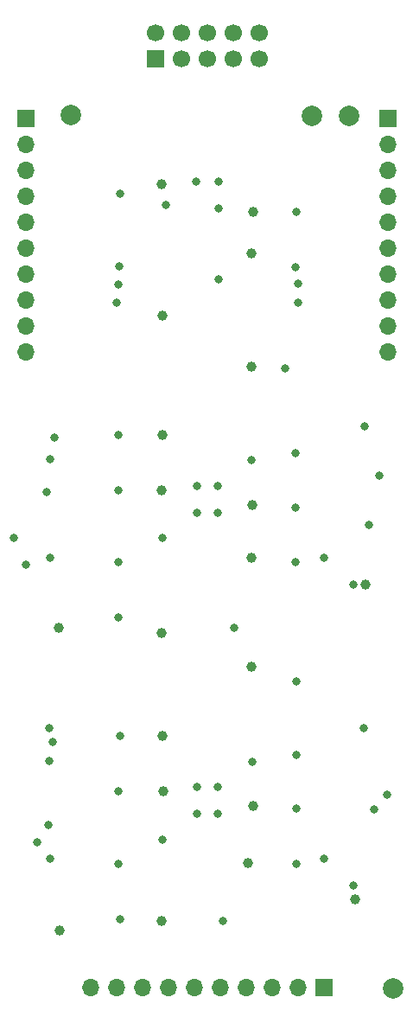
<source format=gbr>
%TF.GenerationSoftware,KiCad,Pcbnew,(6.0.11)*%
%TF.CreationDate,2023-03-03T11:26:02+00:00*%
%TF.ProjectId,Quilter_Components,5175696c-7465-4725-9f43-6f6d706f6e65,rev?*%
%TF.SameCoordinates,Original*%
%TF.FileFunction,Soldermask,Bot*%
%TF.FilePolarity,Negative*%
%FSLAX46Y46*%
G04 Gerber Fmt 4.6, Leading zero omitted, Abs format (unit mm)*
G04 Created by KiCad (PCBNEW (6.0.11)) date 2023-03-03 11:26:02*
%MOMM*%
%LPD*%
G01*
G04 APERTURE LIST*
%ADD10R,1.700000X1.700000*%
%ADD11C,1.700000*%
%ADD12C,2.000000*%
%ADD13O,1.700000X1.700000*%
%ADD14C,0.800000*%
%ADD15C,1.000000*%
G04 APERTURE END LIST*
D10*
%TO.C,J4*%
X65060000Y-57000000D03*
D11*
X65060000Y-54460000D03*
X67600000Y-57000000D03*
X67600000Y-54460000D03*
X70140000Y-57000000D03*
X70140000Y-54460000D03*
X72680000Y-57000000D03*
X72680000Y-54460000D03*
X75220000Y-57000000D03*
X75220000Y-54460000D03*
%TD*%
D12*
%TO.C,TP2*%
X56800000Y-62500000D03*
%TD*%
%TO.C,TP4*%
X80400000Y-62600000D03*
%TD*%
%TO.C,TP1*%
X84100000Y-62600000D03*
%TD*%
%TO.C,TP3*%
X88400000Y-148000000D03*
%TD*%
D10*
%TO.C,J3*%
X81650000Y-147900000D03*
D13*
X79110000Y-147900000D03*
X76570000Y-147900000D03*
X74030000Y-147900000D03*
X71490000Y-147900000D03*
X68950000Y-147900000D03*
X66410000Y-147900000D03*
X63870000Y-147900000D03*
X61330000Y-147900000D03*
X58790000Y-147900000D03*
%TD*%
D10*
%TO.C,J1*%
X52400000Y-62800000D03*
D13*
X52400000Y-65340000D03*
X52400000Y-67880000D03*
X52400000Y-70420000D03*
X52400000Y-72960000D03*
X52400000Y-75500000D03*
X52400000Y-78040000D03*
X52400000Y-80580000D03*
X52400000Y-83120000D03*
X52400000Y-85660000D03*
%TD*%
D10*
%TO.C,J2*%
X87900000Y-62800000D03*
D13*
X87900000Y-65340000D03*
X87900000Y-67880000D03*
X87900000Y-70420000D03*
X87900000Y-72960000D03*
X87900000Y-75500000D03*
X87900000Y-78040000D03*
X87900000Y-80580000D03*
X87900000Y-83120000D03*
X87900000Y-85660000D03*
%TD*%
D14*
X71300000Y-71600000D03*
X78800000Y-77400000D03*
X71300000Y-78600000D03*
X78900000Y-72000000D03*
D15*
X74700000Y-72000000D03*
X74200000Y-135700000D03*
X65800000Y-123300000D03*
X65700000Y-99200000D03*
X74500000Y-105800000D03*
X65800000Y-93800000D03*
X65800000Y-82100000D03*
X65900000Y-128700000D03*
D14*
X85500000Y-122500000D03*
X69200000Y-128300000D03*
X61500000Y-135800000D03*
X77800000Y-87300000D03*
X61500000Y-106300000D03*
X78900000Y-125100000D03*
X78900000Y-130400000D03*
X61600000Y-123300000D03*
X71700000Y-141400000D03*
X61500000Y-111700000D03*
X85600000Y-93000000D03*
X54800000Y-135300000D03*
X78900000Y-135800000D03*
X69200000Y-101400000D03*
X71200000Y-98800000D03*
X61500000Y-99200000D03*
X66100000Y-71300000D03*
X61500000Y-128700000D03*
X78800000Y-100900000D03*
X71200000Y-130900000D03*
X61500000Y-93800000D03*
X54700000Y-125700000D03*
X72800000Y-112700000D03*
X81600000Y-105800000D03*
X54800000Y-105800000D03*
X78800000Y-95600000D03*
X71200000Y-128300000D03*
X69200000Y-98800000D03*
X78800000Y-106300000D03*
X81600000Y-135300000D03*
X54700000Y-122500000D03*
X69200000Y-130900000D03*
X69075500Y-68997179D03*
X71300000Y-69000000D03*
X61300000Y-80900000D03*
X61600000Y-141200000D03*
X54800000Y-96200000D03*
X71200000Y-101400000D03*
X78900000Y-117900000D03*
X61600000Y-70200000D03*
D15*
X65722500Y-141422500D03*
X74570000Y-100670000D03*
X74500000Y-87100000D03*
X74500000Y-76000000D03*
X84700000Y-139300000D03*
X55600000Y-112700000D03*
X74630000Y-130170000D03*
X55700000Y-142300000D03*
X85675500Y-108500000D03*
X65700000Y-113200000D03*
X65700000Y-69300000D03*
X74500000Y-116500000D03*
D14*
X74510000Y-96290000D03*
X79100000Y-79000000D03*
X61550000Y-77300000D03*
X65790000Y-103910000D03*
X79100000Y-80900000D03*
X74610000Y-125790000D03*
X65790000Y-133410000D03*
X61487500Y-79087500D03*
X52399999Y-106499999D03*
X51225000Y-103925000D03*
X87000000Y-97800000D03*
X87821710Y-129002889D03*
X53500000Y-133700000D03*
X55162299Y-94037701D03*
X84500000Y-137900000D03*
X84500000Y-108500000D03*
X55024500Y-123900000D03*
X54400000Y-99400000D03*
X86000000Y-102600000D03*
X86500000Y-130500000D03*
X54600000Y-132000000D03*
M02*

</source>
